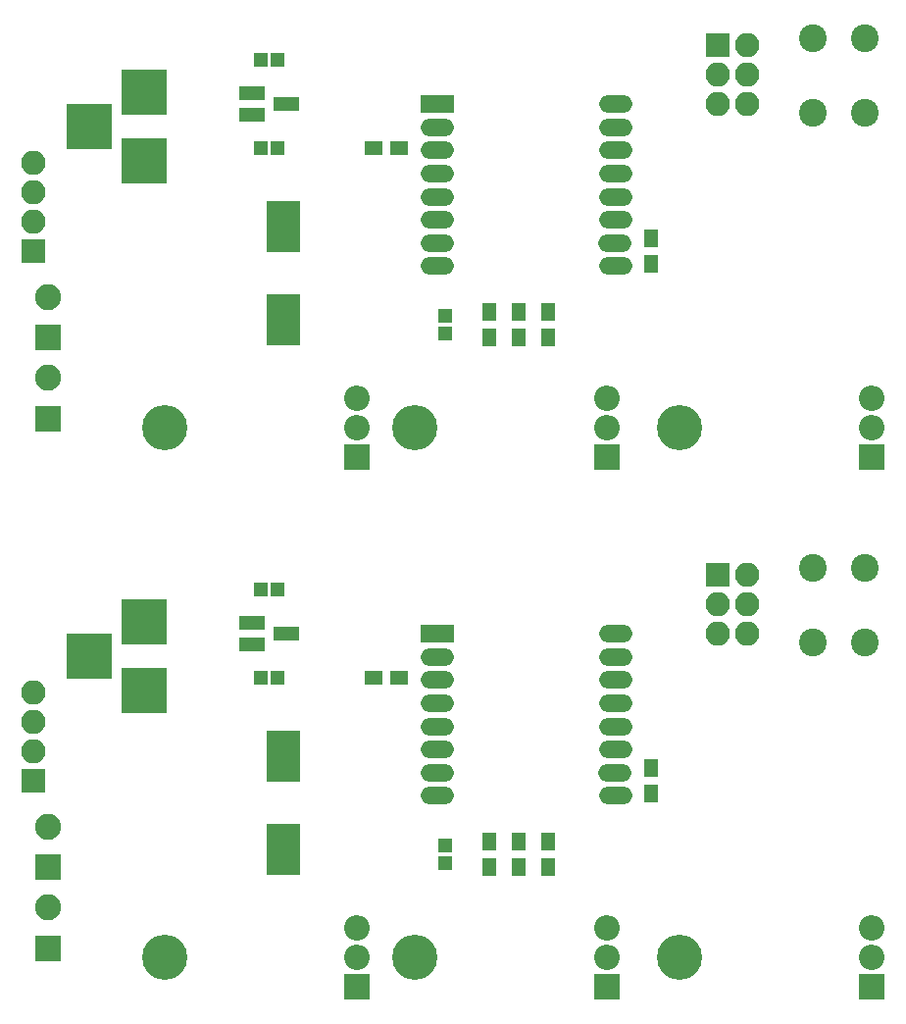
<source format=gts>
G04 #@! TF.FileFunction,Soldermask,Top*
%FSLAX46Y46*%
G04 Gerber Fmt 4.6, Leading zero omitted, Abs format (unit mm)*
G04 Created by KiCad (PCBNEW 4.0.6+dfsg1-1) date Mon Apr 23 23:44:20 2018*
%MOMM*%
%LPD*%
G01*
G04 APERTURE LIST*
%ADD10C,0.100000*%
%ADD11R,2.249120X2.249120*%
%ADD12C,2.249120*%
%ADD13R,1.150000X1.200000*%
%ADD14R,2.900000X4.400000*%
%ADD15R,2.300000X1.200000*%
%ADD16C,2.400000*%
%ADD17R,1.300000X1.600000*%
%ADD18R,1.600000X1.300000*%
%ADD19O,3.900000X3.900000*%
%ADD20R,2.200000X2.200000*%
%ADD21O,2.200000X2.200000*%
%ADD22R,2.100000X2.100000*%
%ADD23O,2.100000X2.100000*%
%ADD24R,3.900120X3.900120*%
%ADD25R,1.200000X1.150000*%
%ADD26R,2.900000X1.500000*%
%ADD27O,2.900000X1.500000*%
G04 APERTURE END LIST*
D10*
D11*
X115570000Y-149067520D03*
D12*
X115570000Y-145572480D03*
D11*
X115570000Y-142082520D03*
D12*
X115570000Y-138587480D03*
D13*
X149860000Y-141720000D03*
X149860000Y-140220000D03*
D14*
X135890000Y-132525000D03*
X135890000Y-140525000D03*
D15*
X133120000Y-120970000D03*
X133120000Y-122870000D03*
X136120000Y-121920000D03*
D16*
X181555000Y-116205000D03*
X186055000Y-116205000D03*
X181555000Y-122705000D03*
X186055000Y-122705000D03*
D17*
X167640000Y-133520000D03*
X167640000Y-135720000D03*
D18*
X143680000Y-125730000D03*
X145880000Y-125730000D03*
D17*
X156210000Y-142070000D03*
X156210000Y-139870000D03*
X153670000Y-142070000D03*
X153670000Y-139870000D03*
D19*
X147170000Y-149860000D03*
D20*
X163830000Y-152400000D03*
D21*
X163830000Y-149860000D03*
X163830000Y-147320000D03*
D19*
X125580000Y-149860000D03*
D20*
X142240000Y-152400000D03*
D21*
X142240000Y-149860000D03*
X142240000Y-147320000D03*
D22*
X114300000Y-134620000D03*
D23*
X114300000Y-132080000D03*
X114300000Y-129540000D03*
X114300000Y-127000000D03*
D22*
X173355000Y-116840000D03*
D23*
X175895000Y-116840000D03*
X173355000Y-119380000D03*
X175895000Y-119380000D03*
X173355000Y-121920000D03*
X175895000Y-121920000D03*
D24*
X123825000Y-126850140D03*
X123825000Y-120850660D03*
X119126000Y-123850400D03*
D25*
X133870000Y-125730000D03*
X135370000Y-125730000D03*
X133870000Y-118110000D03*
X135370000Y-118110000D03*
D19*
X170030000Y-149860000D03*
D20*
X186690000Y-152400000D03*
D21*
X186690000Y-149860000D03*
X186690000Y-147320000D03*
D17*
X158750000Y-142070000D03*
X158750000Y-139870000D03*
D26*
X149160000Y-121920000D03*
D27*
X149160000Y-123920000D03*
X149160000Y-125920000D03*
X149160000Y-127920000D03*
X149160000Y-129920000D03*
X149160000Y-131920000D03*
X149160000Y-133920000D03*
X149160000Y-135920000D03*
X164560000Y-135920000D03*
X164460000Y-133920000D03*
X164560000Y-131920000D03*
X164560000Y-129920000D03*
X164560000Y-127920000D03*
X164560000Y-125920000D03*
X164560000Y-123920000D03*
X164560000Y-121920000D03*
D26*
X149160000Y-76200000D03*
D27*
X149160000Y-78200000D03*
X149160000Y-80200000D03*
X149160000Y-82200000D03*
X149160000Y-84200000D03*
X149160000Y-86200000D03*
X149160000Y-88200000D03*
X149160000Y-90200000D03*
X164560000Y-90200000D03*
X164460000Y-88200000D03*
X164560000Y-86200000D03*
X164560000Y-84200000D03*
X164560000Y-82200000D03*
X164560000Y-80200000D03*
X164560000Y-78200000D03*
X164560000Y-76200000D03*
D17*
X158750000Y-96350000D03*
X158750000Y-94150000D03*
D19*
X170030000Y-104140000D03*
D20*
X186690000Y-106680000D03*
D21*
X186690000Y-104140000D03*
X186690000Y-101600000D03*
D25*
X133870000Y-72390000D03*
X135370000Y-72390000D03*
X133870000Y-80010000D03*
X135370000Y-80010000D03*
D24*
X123825000Y-81130140D03*
X123825000Y-75130660D03*
X119126000Y-78130400D03*
D22*
X173355000Y-71120000D03*
D23*
X175895000Y-71120000D03*
X173355000Y-73660000D03*
X175895000Y-73660000D03*
X173355000Y-76200000D03*
X175895000Y-76200000D03*
D22*
X114300000Y-88900000D03*
D23*
X114300000Y-86360000D03*
X114300000Y-83820000D03*
X114300000Y-81280000D03*
D19*
X125580000Y-104140000D03*
D20*
X142240000Y-106680000D03*
D21*
X142240000Y-104140000D03*
X142240000Y-101600000D03*
D19*
X147170000Y-104140000D03*
D20*
X163830000Y-106680000D03*
D21*
X163830000Y-104140000D03*
X163830000Y-101600000D03*
D17*
X153670000Y-96350000D03*
X153670000Y-94150000D03*
X156210000Y-96350000D03*
X156210000Y-94150000D03*
D18*
X143680000Y-80010000D03*
X145880000Y-80010000D03*
D17*
X167640000Y-87800000D03*
X167640000Y-90000000D03*
D16*
X181555000Y-70485000D03*
X186055000Y-70485000D03*
X181555000Y-76985000D03*
X186055000Y-76985000D03*
D15*
X133120000Y-75250000D03*
X133120000Y-77150000D03*
X136120000Y-76200000D03*
D14*
X135890000Y-86805000D03*
X135890000Y-94805000D03*
D13*
X149860000Y-96000000D03*
X149860000Y-94500000D03*
D11*
X115570000Y-96362520D03*
D12*
X115570000Y-92867480D03*
D11*
X115570000Y-103347520D03*
D12*
X115570000Y-99852480D03*
M02*

</source>
